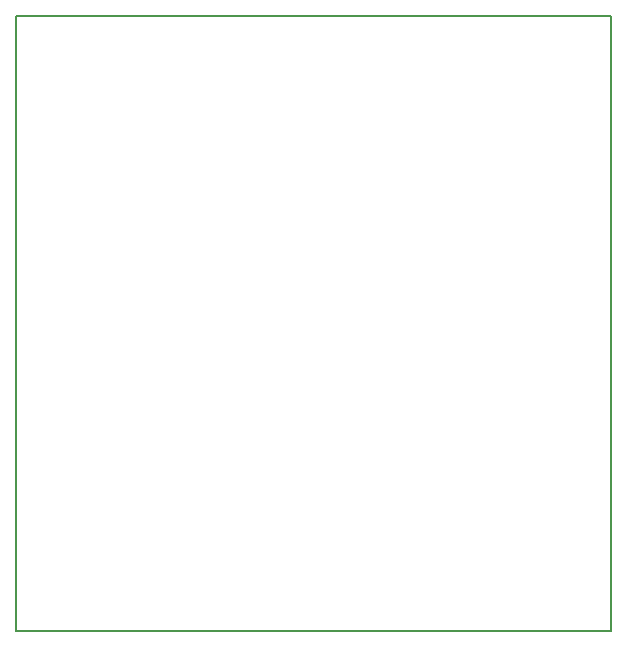
<source format=gm1>
G04 #@! TF.GenerationSoftware,KiCad,Pcbnew,5.1.9+dfsg1-1*
G04 #@! TF.CreationDate,2022-02-26T07:12:57+01:00*
G04 #@! TF.ProjectId,mobus,6d6f6275-732e-46b6-9963-61645f706362,rev?*
G04 #@! TF.SameCoordinates,Original*
G04 #@! TF.FileFunction,Profile,NP*
%FSLAX46Y46*%
G04 Gerber Fmt 4.6, Leading zero omitted, Abs format (unit mm)*
G04 Created by KiCad (PCBNEW 5.1.9+dfsg1-1) date 2022-02-26 07:12:57*
%MOMM*%
%LPD*%
G01*
G04 APERTURE LIST*
G04 #@! TA.AperFunction,Profile*
%ADD10C,0.150000*%
G04 #@! TD*
G04 APERTURE END LIST*
D10*
X141859000Y-57848500D02*
X141859000Y-109855000D01*
X91503500Y-57848500D02*
X141859000Y-57848500D01*
X91503500Y-109855000D02*
X91503500Y-57848500D01*
X141859000Y-109855000D02*
X91503500Y-109855000D01*
M02*

</source>
